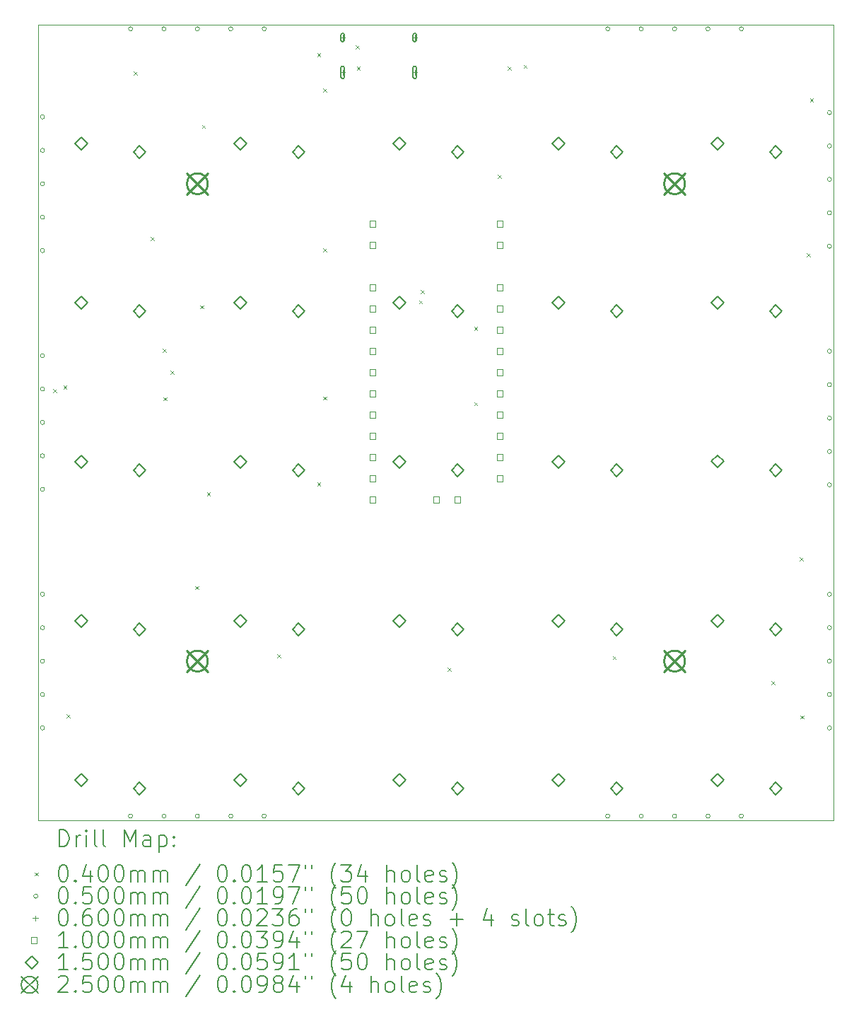
<source format=gbr>
%FSLAX45Y45*%
G04 Gerber Fmt 4.5, Leading zero omitted, Abs format (unit mm)*
G04 Created by KiCad (PCBNEW (6.0.4)) date 2022-05-04 18:37:27*
%MOMM*%
%LPD*%
G01*
G04 APERTURE LIST*
%TA.AperFunction,Profile*%
%ADD10C,0.100000*%
%TD*%
%ADD11C,0.200000*%
%ADD12C,0.040000*%
%ADD13C,0.050000*%
%ADD14C,0.060000*%
%ADD15C,0.100000*%
%ADD16C,0.150000*%
%ADD17C,0.250000*%
G04 APERTURE END LIST*
D10*
X1941250Y-2863750D02*
X11466250Y-2863750D01*
X11466250Y-2863750D02*
X11466250Y-12388750D01*
X11466250Y-12388750D02*
X1941250Y-12388750D01*
X1941250Y-12388750D02*
X1941250Y-2863750D01*
D11*
D12*
X2121250Y-7223750D02*
X2161250Y-7263750D01*
X2161250Y-7223750D02*
X2121250Y-7263750D01*
X2241250Y-7183750D02*
X2281250Y-7223750D01*
X2281250Y-7183750D02*
X2241250Y-7223750D01*
X2281250Y-11123750D02*
X2321250Y-11163750D01*
X2321250Y-11123750D02*
X2281250Y-11163750D01*
X3081250Y-3423750D02*
X3121250Y-3463750D01*
X3121250Y-3423750D02*
X3081250Y-3463750D01*
X3288703Y-5403750D02*
X3328703Y-5443750D01*
X3328703Y-5403750D02*
X3288703Y-5443750D01*
X3433603Y-6743750D02*
X3473603Y-6783750D01*
X3473603Y-6743750D02*
X3433603Y-6783750D01*
X3441250Y-7323750D02*
X3481250Y-7363750D01*
X3481250Y-7323750D02*
X3441250Y-7363750D01*
X3521250Y-7003750D02*
X3561250Y-7043750D01*
X3561250Y-7003750D02*
X3521250Y-7043750D01*
X3821250Y-9583750D02*
X3861250Y-9623750D01*
X3861250Y-9583750D02*
X3821250Y-9623750D01*
X3881250Y-6223750D02*
X3921250Y-6263750D01*
X3921250Y-6223750D02*
X3881250Y-6263750D01*
X3901250Y-4063750D02*
X3941250Y-4103750D01*
X3941250Y-4063750D02*
X3901250Y-4103750D01*
X3961250Y-8463750D02*
X4001250Y-8503750D01*
X4001250Y-8463750D02*
X3961250Y-8503750D01*
X4801250Y-10403750D02*
X4841250Y-10443750D01*
X4841250Y-10403750D02*
X4801250Y-10443750D01*
X5281250Y-3203750D02*
X5321250Y-3243750D01*
X5321250Y-3203750D02*
X5281250Y-3243750D01*
X5281250Y-8343750D02*
X5321250Y-8383750D01*
X5321250Y-8343750D02*
X5281250Y-8383750D01*
X5353700Y-3631250D02*
X5393700Y-3671250D01*
X5393700Y-3631250D02*
X5353700Y-3671250D01*
X5353700Y-5543750D02*
X5393700Y-5583750D01*
X5393700Y-5543750D02*
X5353700Y-5583750D01*
X5353700Y-7314750D02*
X5393700Y-7354750D01*
X5393700Y-7314750D02*
X5353700Y-7354750D01*
X5741250Y-3110041D02*
X5781250Y-3150041D01*
X5781250Y-3110041D02*
X5741250Y-3150041D01*
X5755290Y-3362856D02*
X5795290Y-3402856D01*
X5795290Y-3362856D02*
X5755290Y-3402856D01*
X6501250Y-6163750D02*
X6541250Y-6203750D01*
X6541250Y-6163750D02*
X6501250Y-6203750D01*
X6521250Y-6043750D02*
X6561250Y-6083750D01*
X6561250Y-6043750D02*
X6521250Y-6083750D01*
X6841250Y-10563750D02*
X6881250Y-10603750D01*
X6881250Y-10563750D02*
X6841250Y-10603750D01*
X7161250Y-6483750D02*
X7201250Y-6523750D01*
X7201250Y-6483750D02*
X7161250Y-6523750D01*
X7161250Y-7383750D02*
X7201250Y-7423750D01*
X7201250Y-7383750D02*
X7161250Y-7423750D01*
X7441250Y-4663750D02*
X7481250Y-4703750D01*
X7481250Y-4663750D02*
X7441250Y-4703750D01*
X7563848Y-3363750D02*
X7603848Y-3403750D01*
X7603848Y-3363750D02*
X7563848Y-3403750D01*
X7753700Y-3343750D02*
X7793700Y-3383750D01*
X7793700Y-3343750D02*
X7753700Y-3383750D01*
X8821250Y-10423750D02*
X8861250Y-10463750D01*
X8861250Y-10423750D02*
X8821250Y-10463750D01*
X10721250Y-10723750D02*
X10761250Y-10763750D01*
X10761250Y-10723750D02*
X10721250Y-10763750D01*
X11061250Y-9243750D02*
X11101250Y-9283750D01*
X11101250Y-9243750D02*
X11061250Y-9283750D01*
X11065250Y-11132798D02*
X11105250Y-11172798D01*
X11105250Y-11132798D02*
X11065250Y-11172798D01*
X11141250Y-5603750D02*
X11181250Y-5643750D01*
X11181250Y-5603750D02*
X11141250Y-5643750D01*
X11181250Y-3743750D02*
X11221250Y-3783750D01*
X11221250Y-3743750D02*
X11181250Y-3783750D01*
D13*
X2016250Y-3968750D02*
G75*
G03*
X2016250Y-3968750I-25000J0D01*
G01*
X2016250Y-4368750D02*
G75*
G03*
X2016250Y-4368750I-25000J0D01*
G01*
X2016250Y-4768750D02*
G75*
G03*
X2016250Y-4768750I-25000J0D01*
G01*
X2016250Y-5168750D02*
G75*
G03*
X2016250Y-5168750I-25000J0D01*
G01*
X2016250Y-5568750D02*
G75*
G03*
X2016250Y-5568750I-25000J0D01*
G01*
X2016250Y-6826250D02*
G75*
G03*
X2016250Y-6826250I-25000J0D01*
G01*
X2016250Y-7226250D02*
G75*
G03*
X2016250Y-7226250I-25000J0D01*
G01*
X2016250Y-7626250D02*
G75*
G03*
X2016250Y-7626250I-25000J0D01*
G01*
X2016250Y-8026250D02*
G75*
G03*
X2016250Y-8026250I-25000J0D01*
G01*
X2016250Y-8426250D02*
G75*
G03*
X2016250Y-8426250I-25000J0D01*
G01*
X2016250Y-9683750D02*
G75*
G03*
X2016250Y-9683750I-25000J0D01*
G01*
X2016250Y-10083750D02*
G75*
G03*
X2016250Y-10083750I-25000J0D01*
G01*
X2016250Y-10483750D02*
G75*
G03*
X2016250Y-10483750I-25000J0D01*
G01*
X2016250Y-10883750D02*
G75*
G03*
X2016250Y-10883750I-25000J0D01*
G01*
X2016250Y-11283750D02*
G75*
G03*
X2016250Y-11283750I-25000J0D01*
G01*
X3071250Y-2913750D02*
G75*
G03*
X3071250Y-2913750I-25000J0D01*
G01*
X3071250Y-12338750D02*
G75*
G03*
X3071250Y-12338750I-25000J0D01*
G01*
X3471250Y-2913750D02*
G75*
G03*
X3471250Y-2913750I-25000J0D01*
G01*
X3471250Y-12338750D02*
G75*
G03*
X3471250Y-12338750I-25000J0D01*
G01*
X3871250Y-2913750D02*
G75*
G03*
X3871250Y-2913750I-25000J0D01*
G01*
X3871250Y-12338750D02*
G75*
G03*
X3871250Y-12338750I-25000J0D01*
G01*
X4271250Y-2913750D02*
G75*
G03*
X4271250Y-2913750I-25000J0D01*
G01*
X4271250Y-12338750D02*
G75*
G03*
X4271250Y-12338750I-25000J0D01*
G01*
X4671250Y-2913750D02*
G75*
G03*
X4671250Y-2913750I-25000J0D01*
G01*
X4671250Y-12338750D02*
G75*
G03*
X4671250Y-12338750I-25000J0D01*
G01*
X8786250Y-2913750D02*
G75*
G03*
X8786250Y-2913750I-25000J0D01*
G01*
X8786250Y-12338750D02*
G75*
G03*
X8786250Y-12338750I-25000J0D01*
G01*
X9186250Y-2913750D02*
G75*
G03*
X9186250Y-2913750I-25000J0D01*
G01*
X9186250Y-12338750D02*
G75*
G03*
X9186250Y-12338750I-25000J0D01*
G01*
X9586250Y-2913750D02*
G75*
G03*
X9586250Y-2913750I-25000J0D01*
G01*
X9586250Y-12338750D02*
G75*
G03*
X9586250Y-12338750I-25000J0D01*
G01*
X9986250Y-2913750D02*
G75*
G03*
X9986250Y-2913750I-25000J0D01*
G01*
X9986250Y-12338750D02*
G75*
G03*
X9986250Y-12338750I-25000J0D01*
G01*
X10386250Y-2913750D02*
G75*
G03*
X10386250Y-2913750I-25000J0D01*
G01*
X10386250Y-12338750D02*
G75*
G03*
X10386250Y-12338750I-25000J0D01*
G01*
X11441250Y-3916250D02*
G75*
G03*
X11441250Y-3916250I-25000J0D01*
G01*
X11441250Y-4316250D02*
G75*
G03*
X11441250Y-4316250I-25000J0D01*
G01*
X11441250Y-4716250D02*
G75*
G03*
X11441250Y-4716250I-25000J0D01*
G01*
X11441250Y-5116250D02*
G75*
G03*
X11441250Y-5116250I-25000J0D01*
G01*
X11441250Y-5516250D02*
G75*
G03*
X11441250Y-5516250I-25000J0D01*
G01*
X11441250Y-6773750D02*
G75*
G03*
X11441250Y-6773750I-25000J0D01*
G01*
X11441250Y-7173750D02*
G75*
G03*
X11441250Y-7173750I-25000J0D01*
G01*
X11441250Y-7573750D02*
G75*
G03*
X11441250Y-7573750I-25000J0D01*
G01*
X11441250Y-7973750D02*
G75*
G03*
X11441250Y-7973750I-25000J0D01*
G01*
X11441250Y-8373750D02*
G75*
G03*
X11441250Y-8373750I-25000J0D01*
G01*
X11441250Y-9683750D02*
G75*
G03*
X11441250Y-9683750I-25000J0D01*
G01*
X11441250Y-10083750D02*
G75*
G03*
X11441250Y-10083750I-25000J0D01*
G01*
X11441250Y-10483750D02*
G75*
G03*
X11441250Y-10483750I-25000J0D01*
G01*
X11441250Y-10883750D02*
G75*
G03*
X11441250Y-10883750I-25000J0D01*
G01*
X11441250Y-11283750D02*
G75*
G03*
X11441250Y-11283750I-25000J0D01*
G01*
D14*
X5585750Y-2987750D02*
X5585750Y-3047750D01*
X5555750Y-3017750D02*
X5615750Y-3017750D01*
D11*
X5565750Y-2987750D02*
X5565750Y-3047750D01*
X5605750Y-2987750D02*
X5605750Y-3047750D01*
X5565750Y-3047750D02*
G75*
G03*
X5605750Y-3047750I20000J0D01*
G01*
X5605750Y-2987750D02*
G75*
G03*
X5565750Y-2987750I-20000J0D01*
G01*
D14*
X5585750Y-3405750D02*
X5585750Y-3465750D01*
X5555750Y-3435750D02*
X5615750Y-3435750D01*
D11*
X5565750Y-3380750D02*
X5565750Y-3490750D01*
X5605750Y-3380750D02*
X5605750Y-3490750D01*
X5565750Y-3490750D02*
G75*
G03*
X5605750Y-3490750I20000J0D01*
G01*
X5605750Y-3380750D02*
G75*
G03*
X5565750Y-3380750I-20000J0D01*
G01*
D14*
X6449750Y-2987750D02*
X6449750Y-3047750D01*
X6419750Y-3017750D02*
X6479750Y-3017750D01*
D11*
X6429750Y-2987750D02*
X6429750Y-3047750D01*
X6469750Y-2987750D02*
X6469750Y-3047750D01*
X6429750Y-3047750D02*
G75*
G03*
X6469750Y-3047750I20000J0D01*
G01*
X6469750Y-2987750D02*
G75*
G03*
X6429750Y-2987750I-20000J0D01*
G01*
D14*
X6449750Y-3405750D02*
X6449750Y-3465750D01*
X6419750Y-3435750D02*
X6479750Y-3435750D01*
D11*
X6429750Y-3380750D02*
X6429750Y-3490750D01*
X6469750Y-3380750D02*
X6469750Y-3490750D01*
X6429750Y-3490750D02*
G75*
G03*
X6469750Y-3490750I20000J0D01*
G01*
X6469750Y-3380750D02*
G75*
G03*
X6429750Y-3380750I-20000J0D01*
G01*
D15*
X5977606Y-5283106D02*
X5977606Y-5212394D01*
X5906894Y-5212394D01*
X5906894Y-5283106D01*
X5977606Y-5283106D01*
X5977606Y-5537106D02*
X5977606Y-5466394D01*
X5906894Y-5466394D01*
X5906894Y-5537106D01*
X5977606Y-5537106D01*
X5977606Y-6045106D02*
X5977606Y-5974394D01*
X5906894Y-5974394D01*
X5906894Y-6045106D01*
X5977606Y-6045106D01*
X5977606Y-6299106D02*
X5977606Y-6228394D01*
X5906894Y-6228394D01*
X5906894Y-6299106D01*
X5977606Y-6299106D01*
X5977606Y-6553106D02*
X5977606Y-6482394D01*
X5906894Y-6482394D01*
X5906894Y-6553106D01*
X5977606Y-6553106D01*
X5977606Y-6807106D02*
X5977606Y-6736394D01*
X5906894Y-6736394D01*
X5906894Y-6807106D01*
X5977606Y-6807106D01*
X5977606Y-7061106D02*
X5977606Y-6990394D01*
X5906894Y-6990394D01*
X5906894Y-7061106D01*
X5977606Y-7061106D01*
X5977606Y-7315106D02*
X5977606Y-7244394D01*
X5906894Y-7244394D01*
X5906894Y-7315106D01*
X5977606Y-7315106D01*
X5977606Y-7569106D02*
X5977606Y-7498394D01*
X5906894Y-7498394D01*
X5906894Y-7569106D01*
X5977606Y-7569106D01*
X5977606Y-7823106D02*
X5977606Y-7752394D01*
X5906894Y-7752394D01*
X5906894Y-7823106D01*
X5977606Y-7823106D01*
X5977606Y-8077106D02*
X5977606Y-8006394D01*
X5906894Y-8006394D01*
X5906894Y-8077106D01*
X5977606Y-8077106D01*
X5977606Y-8331106D02*
X5977606Y-8260394D01*
X5906894Y-8260394D01*
X5906894Y-8331106D01*
X5977606Y-8331106D01*
X5977606Y-8585106D02*
X5977606Y-8514394D01*
X5906894Y-8514394D01*
X5906894Y-8585106D01*
X5977606Y-8585106D01*
X6739606Y-8585106D02*
X6739606Y-8514394D01*
X6668894Y-8514394D01*
X6668894Y-8585106D01*
X6739606Y-8585106D01*
X6993606Y-8585106D02*
X6993606Y-8514394D01*
X6922894Y-8514394D01*
X6922894Y-8585106D01*
X6993606Y-8585106D01*
X7501606Y-5283106D02*
X7501606Y-5212394D01*
X7430894Y-5212394D01*
X7430894Y-5283106D01*
X7501606Y-5283106D01*
X7501606Y-5537106D02*
X7501606Y-5466394D01*
X7430894Y-5466394D01*
X7430894Y-5537106D01*
X7501606Y-5537106D01*
X7501606Y-6045106D02*
X7501606Y-5974394D01*
X7430894Y-5974394D01*
X7430894Y-6045106D01*
X7501606Y-6045106D01*
X7501606Y-6299106D02*
X7501606Y-6228394D01*
X7430894Y-6228394D01*
X7430894Y-6299106D01*
X7501606Y-6299106D01*
X7501606Y-6553106D02*
X7501606Y-6482394D01*
X7430894Y-6482394D01*
X7430894Y-6553106D01*
X7501606Y-6553106D01*
X7501606Y-6807106D02*
X7501606Y-6736394D01*
X7430894Y-6736394D01*
X7430894Y-6807106D01*
X7501606Y-6807106D01*
X7501606Y-7061106D02*
X7501606Y-6990394D01*
X7430894Y-6990394D01*
X7430894Y-7061106D01*
X7501606Y-7061106D01*
X7501606Y-7315106D02*
X7501606Y-7244394D01*
X7430894Y-7244394D01*
X7430894Y-7315106D01*
X7501606Y-7315106D01*
X7501606Y-7569106D02*
X7501606Y-7498394D01*
X7430894Y-7498394D01*
X7430894Y-7569106D01*
X7501606Y-7569106D01*
X7501606Y-7823106D02*
X7501606Y-7752394D01*
X7430894Y-7752394D01*
X7430894Y-7823106D01*
X7501606Y-7823106D01*
X7501606Y-8077106D02*
X7501606Y-8006394D01*
X7430894Y-8006394D01*
X7430894Y-8077106D01*
X7501606Y-8077106D01*
X7501606Y-8331106D02*
X7501606Y-8260394D01*
X7430894Y-8260394D01*
X7430894Y-8331106D01*
X7501606Y-8331106D01*
D16*
X2453750Y-4361250D02*
X2528750Y-4286250D01*
X2453750Y-4211250D01*
X2378750Y-4286250D01*
X2453750Y-4361250D01*
X2453750Y-6266250D02*
X2528750Y-6191250D01*
X2453750Y-6116250D01*
X2378750Y-6191250D01*
X2453750Y-6266250D01*
X2453750Y-8171250D02*
X2528750Y-8096250D01*
X2453750Y-8021250D01*
X2378750Y-8096250D01*
X2453750Y-8171250D01*
X2453750Y-10076250D02*
X2528750Y-10001250D01*
X2453750Y-9926250D01*
X2378750Y-10001250D01*
X2453750Y-10076250D01*
X2453750Y-11981250D02*
X2528750Y-11906250D01*
X2453750Y-11831250D01*
X2378750Y-11906250D01*
X2453750Y-11981250D01*
X3153750Y-4466250D02*
X3228750Y-4391250D01*
X3153750Y-4316250D01*
X3078750Y-4391250D01*
X3153750Y-4466250D01*
X3153750Y-6371250D02*
X3228750Y-6296250D01*
X3153750Y-6221250D01*
X3078750Y-6296250D01*
X3153750Y-6371250D01*
X3153750Y-8276250D02*
X3228750Y-8201250D01*
X3153750Y-8126250D01*
X3078750Y-8201250D01*
X3153750Y-8276250D01*
X3153750Y-10181250D02*
X3228750Y-10106250D01*
X3153750Y-10031250D01*
X3078750Y-10106250D01*
X3153750Y-10181250D01*
X3153750Y-12086250D02*
X3228750Y-12011250D01*
X3153750Y-11936250D01*
X3078750Y-12011250D01*
X3153750Y-12086250D01*
X4358750Y-4361250D02*
X4433750Y-4286250D01*
X4358750Y-4211250D01*
X4283750Y-4286250D01*
X4358750Y-4361250D01*
X4358750Y-6266250D02*
X4433750Y-6191250D01*
X4358750Y-6116250D01*
X4283750Y-6191250D01*
X4358750Y-6266250D01*
X4358750Y-8171250D02*
X4433750Y-8096250D01*
X4358750Y-8021250D01*
X4283750Y-8096250D01*
X4358750Y-8171250D01*
X4358750Y-10076250D02*
X4433750Y-10001250D01*
X4358750Y-9926250D01*
X4283750Y-10001250D01*
X4358750Y-10076250D01*
X4358750Y-11981250D02*
X4433750Y-11906250D01*
X4358750Y-11831250D01*
X4283750Y-11906250D01*
X4358750Y-11981250D01*
X5058750Y-4466250D02*
X5133750Y-4391250D01*
X5058750Y-4316250D01*
X4983750Y-4391250D01*
X5058750Y-4466250D01*
X5058750Y-6371250D02*
X5133750Y-6296250D01*
X5058750Y-6221250D01*
X4983750Y-6296250D01*
X5058750Y-6371250D01*
X5058750Y-8276250D02*
X5133750Y-8201250D01*
X5058750Y-8126250D01*
X4983750Y-8201250D01*
X5058750Y-8276250D01*
X5058750Y-10181250D02*
X5133750Y-10106250D01*
X5058750Y-10031250D01*
X4983750Y-10106250D01*
X5058750Y-10181250D01*
X5058750Y-12086250D02*
X5133750Y-12011250D01*
X5058750Y-11936250D01*
X4983750Y-12011250D01*
X5058750Y-12086250D01*
X6263750Y-4361250D02*
X6338750Y-4286250D01*
X6263750Y-4211250D01*
X6188750Y-4286250D01*
X6263750Y-4361250D01*
X6263750Y-6266250D02*
X6338750Y-6191250D01*
X6263750Y-6116250D01*
X6188750Y-6191250D01*
X6263750Y-6266250D01*
X6263750Y-8171250D02*
X6338750Y-8096250D01*
X6263750Y-8021250D01*
X6188750Y-8096250D01*
X6263750Y-8171250D01*
X6263750Y-10076250D02*
X6338750Y-10001250D01*
X6263750Y-9926250D01*
X6188750Y-10001250D01*
X6263750Y-10076250D01*
X6263750Y-11981250D02*
X6338750Y-11906250D01*
X6263750Y-11831250D01*
X6188750Y-11906250D01*
X6263750Y-11981250D01*
X6963750Y-4466250D02*
X7038750Y-4391250D01*
X6963750Y-4316250D01*
X6888750Y-4391250D01*
X6963750Y-4466250D01*
X6963750Y-6371250D02*
X7038750Y-6296250D01*
X6963750Y-6221250D01*
X6888750Y-6296250D01*
X6963750Y-6371250D01*
X6963750Y-8276250D02*
X7038750Y-8201250D01*
X6963750Y-8126250D01*
X6888750Y-8201250D01*
X6963750Y-8276250D01*
X6963750Y-10181250D02*
X7038750Y-10106250D01*
X6963750Y-10031250D01*
X6888750Y-10106250D01*
X6963750Y-10181250D01*
X6963750Y-12086250D02*
X7038750Y-12011250D01*
X6963750Y-11936250D01*
X6888750Y-12011250D01*
X6963750Y-12086250D01*
X8168750Y-4361250D02*
X8243750Y-4286250D01*
X8168750Y-4211250D01*
X8093750Y-4286250D01*
X8168750Y-4361250D01*
X8168750Y-6266250D02*
X8243750Y-6191250D01*
X8168750Y-6116250D01*
X8093750Y-6191250D01*
X8168750Y-6266250D01*
X8168750Y-8171250D02*
X8243750Y-8096250D01*
X8168750Y-8021250D01*
X8093750Y-8096250D01*
X8168750Y-8171250D01*
X8168750Y-10076250D02*
X8243750Y-10001250D01*
X8168750Y-9926250D01*
X8093750Y-10001250D01*
X8168750Y-10076250D01*
X8168750Y-11981250D02*
X8243750Y-11906250D01*
X8168750Y-11831250D01*
X8093750Y-11906250D01*
X8168750Y-11981250D01*
X8868750Y-4466250D02*
X8943750Y-4391250D01*
X8868750Y-4316250D01*
X8793750Y-4391250D01*
X8868750Y-4466250D01*
X8868750Y-6371250D02*
X8943750Y-6296250D01*
X8868750Y-6221250D01*
X8793750Y-6296250D01*
X8868750Y-6371250D01*
X8868750Y-8276250D02*
X8943750Y-8201250D01*
X8868750Y-8126250D01*
X8793750Y-8201250D01*
X8868750Y-8276250D01*
X8868750Y-10181250D02*
X8943750Y-10106250D01*
X8868750Y-10031250D01*
X8793750Y-10106250D01*
X8868750Y-10181250D01*
X8868750Y-12086250D02*
X8943750Y-12011250D01*
X8868750Y-11936250D01*
X8793750Y-12011250D01*
X8868750Y-12086250D01*
X10073750Y-4361250D02*
X10148750Y-4286250D01*
X10073750Y-4211250D01*
X9998750Y-4286250D01*
X10073750Y-4361250D01*
X10073750Y-6266250D02*
X10148750Y-6191250D01*
X10073750Y-6116250D01*
X9998750Y-6191250D01*
X10073750Y-6266250D01*
X10073750Y-8167750D02*
X10148750Y-8092750D01*
X10073750Y-8017750D01*
X9998750Y-8092750D01*
X10073750Y-8167750D01*
X10073750Y-10076250D02*
X10148750Y-10001250D01*
X10073750Y-9926250D01*
X9998750Y-10001250D01*
X10073750Y-10076250D01*
X10073750Y-11981250D02*
X10148750Y-11906250D01*
X10073750Y-11831250D01*
X9998750Y-11906250D01*
X10073750Y-11981250D01*
X10773750Y-4466250D02*
X10848750Y-4391250D01*
X10773750Y-4316250D01*
X10698750Y-4391250D01*
X10773750Y-4466250D01*
X10773750Y-6371250D02*
X10848750Y-6296250D01*
X10773750Y-6221250D01*
X10698750Y-6296250D01*
X10773750Y-6371250D01*
X10773750Y-8272750D02*
X10848750Y-8197750D01*
X10773750Y-8122750D01*
X10698750Y-8197750D01*
X10773750Y-8272750D01*
X10773750Y-10181250D02*
X10848750Y-10106250D01*
X10773750Y-10031250D01*
X10698750Y-10106250D01*
X10773750Y-10181250D01*
X10773750Y-12086250D02*
X10848750Y-12011250D01*
X10773750Y-11936250D01*
X10698750Y-12011250D01*
X10773750Y-12086250D01*
D17*
X3721250Y-4643750D02*
X3971250Y-4893750D01*
X3971250Y-4643750D02*
X3721250Y-4893750D01*
X3971250Y-4768750D02*
G75*
G03*
X3971250Y-4768750I-125000J0D01*
G01*
X3721250Y-10358750D02*
X3971250Y-10608750D01*
X3971250Y-10358750D02*
X3721250Y-10608750D01*
X3971250Y-10483750D02*
G75*
G03*
X3971250Y-10483750I-125000J0D01*
G01*
X9436250Y-4643750D02*
X9686250Y-4893750D01*
X9686250Y-4643750D02*
X9436250Y-4893750D01*
X9686250Y-4768750D02*
G75*
G03*
X9686250Y-4768750I-125000J0D01*
G01*
X9436250Y-10358750D02*
X9686250Y-10608750D01*
X9686250Y-10358750D02*
X9436250Y-10608750D01*
X9686250Y-10483750D02*
G75*
G03*
X9686250Y-10483750I-125000J0D01*
G01*
D11*
X2193869Y-12704226D02*
X2193869Y-12504226D01*
X2241488Y-12504226D01*
X2270060Y-12513750D01*
X2289107Y-12532798D01*
X2298631Y-12551845D01*
X2308155Y-12589940D01*
X2308155Y-12618512D01*
X2298631Y-12656607D01*
X2289107Y-12675655D01*
X2270060Y-12694702D01*
X2241488Y-12704226D01*
X2193869Y-12704226D01*
X2393869Y-12704226D02*
X2393869Y-12570893D01*
X2393869Y-12608988D02*
X2403393Y-12589940D01*
X2412917Y-12580417D01*
X2431964Y-12570893D01*
X2451012Y-12570893D01*
X2517679Y-12704226D02*
X2517679Y-12570893D01*
X2517679Y-12504226D02*
X2508155Y-12513750D01*
X2517679Y-12523274D01*
X2527202Y-12513750D01*
X2517679Y-12504226D01*
X2517679Y-12523274D01*
X2641488Y-12704226D02*
X2622440Y-12694702D01*
X2612917Y-12675655D01*
X2612917Y-12504226D01*
X2746250Y-12704226D02*
X2727202Y-12694702D01*
X2717679Y-12675655D01*
X2717679Y-12504226D01*
X2974821Y-12704226D02*
X2974821Y-12504226D01*
X3041488Y-12647083D01*
X3108155Y-12504226D01*
X3108155Y-12704226D01*
X3289107Y-12704226D02*
X3289107Y-12599464D01*
X3279583Y-12580417D01*
X3260536Y-12570893D01*
X3222440Y-12570893D01*
X3203393Y-12580417D01*
X3289107Y-12694702D02*
X3270059Y-12704226D01*
X3222440Y-12704226D01*
X3203393Y-12694702D01*
X3193869Y-12675655D01*
X3193869Y-12656607D01*
X3203393Y-12637559D01*
X3222440Y-12628036D01*
X3270059Y-12628036D01*
X3289107Y-12618512D01*
X3384345Y-12570893D02*
X3384345Y-12770893D01*
X3384345Y-12580417D02*
X3403393Y-12570893D01*
X3441488Y-12570893D01*
X3460536Y-12580417D01*
X3470059Y-12589940D01*
X3479583Y-12608988D01*
X3479583Y-12666131D01*
X3470059Y-12685178D01*
X3460536Y-12694702D01*
X3441488Y-12704226D01*
X3403393Y-12704226D01*
X3384345Y-12694702D01*
X3565298Y-12685178D02*
X3574821Y-12694702D01*
X3565298Y-12704226D01*
X3555774Y-12694702D01*
X3565298Y-12685178D01*
X3565298Y-12704226D01*
X3565298Y-12580417D02*
X3574821Y-12589940D01*
X3565298Y-12599464D01*
X3555774Y-12589940D01*
X3565298Y-12580417D01*
X3565298Y-12599464D01*
D12*
X1896250Y-13013750D02*
X1936250Y-13053750D01*
X1936250Y-13013750D02*
X1896250Y-13053750D01*
D11*
X2231964Y-12924226D02*
X2251012Y-12924226D01*
X2270060Y-12933750D01*
X2279583Y-12943274D01*
X2289107Y-12962321D01*
X2298631Y-13000417D01*
X2298631Y-13048036D01*
X2289107Y-13086131D01*
X2279583Y-13105178D01*
X2270060Y-13114702D01*
X2251012Y-13124226D01*
X2231964Y-13124226D01*
X2212917Y-13114702D01*
X2203393Y-13105178D01*
X2193869Y-13086131D01*
X2184345Y-13048036D01*
X2184345Y-13000417D01*
X2193869Y-12962321D01*
X2203393Y-12943274D01*
X2212917Y-12933750D01*
X2231964Y-12924226D01*
X2384345Y-13105178D02*
X2393869Y-13114702D01*
X2384345Y-13124226D01*
X2374821Y-13114702D01*
X2384345Y-13105178D01*
X2384345Y-13124226D01*
X2565298Y-12990893D02*
X2565298Y-13124226D01*
X2517679Y-12914702D02*
X2470060Y-13057559D01*
X2593869Y-13057559D01*
X2708155Y-12924226D02*
X2727202Y-12924226D01*
X2746250Y-12933750D01*
X2755774Y-12943274D01*
X2765298Y-12962321D01*
X2774821Y-13000417D01*
X2774821Y-13048036D01*
X2765298Y-13086131D01*
X2755774Y-13105178D01*
X2746250Y-13114702D01*
X2727202Y-13124226D01*
X2708155Y-13124226D01*
X2689107Y-13114702D01*
X2679583Y-13105178D01*
X2670060Y-13086131D01*
X2660536Y-13048036D01*
X2660536Y-13000417D01*
X2670060Y-12962321D01*
X2679583Y-12943274D01*
X2689107Y-12933750D01*
X2708155Y-12924226D01*
X2898631Y-12924226D02*
X2917678Y-12924226D01*
X2936726Y-12933750D01*
X2946250Y-12943274D01*
X2955774Y-12962321D01*
X2965298Y-13000417D01*
X2965298Y-13048036D01*
X2955774Y-13086131D01*
X2946250Y-13105178D01*
X2936726Y-13114702D01*
X2917678Y-13124226D01*
X2898631Y-13124226D01*
X2879583Y-13114702D01*
X2870059Y-13105178D01*
X2860536Y-13086131D01*
X2851012Y-13048036D01*
X2851012Y-13000417D01*
X2860536Y-12962321D01*
X2870059Y-12943274D01*
X2879583Y-12933750D01*
X2898631Y-12924226D01*
X3051012Y-13124226D02*
X3051012Y-12990893D01*
X3051012Y-13009940D02*
X3060536Y-13000417D01*
X3079583Y-12990893D01*
X3108155Y-12990893D01*
X3127202Y-13000417D01*
X3136726Y-13019464D01*
X3136726Y-13124226D01*
X3136726Y-13019464D02*
X3146250Y-13000417D01*
X3165298Y-12990893D01*
X3193869Y-12990893D01*
X3212917Y-13000417D01*
X3222440Y-13019464D01*
X3222440Y-13124226D01*
X3317678Y-13124226D02*
X3317678Y-12990893D01*
X3317678Y-13009940D02*
X3327202Y-13000417D01*
X3346250Y-12990893D01*
X3374821Y-12990893D01*
X3393869Y-13000417D01*
X3403393Y-13019464D01*
X3403393Y-13124226D01*
X3403393Y-13019464D02*
X3412917Y-13000417D01*
X3431964Y-12990893D01*
X3460536Y-12990893D01*
X3479583Y-13000417D01*
X3489107Y-13019464D01*
X3489107Y-13124226D01*
X3879583Y-12914702D02*
X3708155Y-13171845D01*
X4136726Y-12924226D02*
X4155774Y-12924226D01*
X4174821Y-12933750D01*
X4184345Y-12943274D01*
X4193869Y-12962321D01*
X4203393Y-13000417D01*
X4203393Y-13048036D01*
X4193869Y-13086131D01*
X4184345Y-13105178D01*
X4174821Y-13114702D01*
X4155774Y-13124226D01*
X4136726Y-13124226D01*
X4117678Y-13114702D01*
X4108155Y-13105178D01*
X4098631Y-13086131D01*
X4089107Y-13048036D01*
X4089107Y-13000417D01*
X4098631Y-12962321D01*
X4108155Y-12943274D01*
X4117678Y-12933750D01*
X4136726Y-12924226D01*
X4289107Y-13105178D02*
X4298631Y-13114702D01*
X4289107Y-13124226D01*
X4279583Y-13114702D01*
X4289107Y-13105178D01*
X4289107Y-13124226D01*
X4422440Y-12924226D02*
X4441488Y-12924226D01*
X4460536Y-12933750D01*
X4470060Y-12943274D01*
X4479583Y-12962321D01*
X4489107Y-13000417D01*
X4489107Y-13048036D01*
X4479583Y-13086131D01*
X4470060Y-13105178D01*
X4460536Y-13114702D01*
X4441488Y-13124226D01*
X4422440Y-13124226D01*
X4403393Y-13114702D01*
X4393869Y-13105178D01*
X4384345Y-13086131D01*
X4374821Y-13048036D01*
X4374821Y-13000417D01*
X4384345Y-12962321D01*
X4393869Y-12943274D01*
X4403393Y-12933750D01*
X4422440Y-12924226D01*
X4679583Y-13124226D02*
X4565298Y-13124226D01*
X4622440Y-13124226D02*
X4622440Y-12924226D01*
X4603393Y-12952798D01*
X4584345Y-12971845D01*
X4565298Y-12981369D01*
X4860536Y-12924226D02*
X4765298Y-12924226D01*
X4755774Y-13019464D01*
X4765298Y-13009940D01*
X4784345Y-13000417D01*
X4831964Y-13000417D01*
X4851012Y-13009940D01*
X4860536Y-13019464D01*
X4870060Y-13038512D01*
X4870060Y-13086131D01*
X4860536Y-13105178D01*
X4851012Y-13114702D01*
X4831964Y-13124226D01*
X4784345Y-13124226D01*
X4765298Y-13114702D01*
X4755774Y-13105178D01*
X4936726Y-12924226D02*
X5070060Y-12924226D01*
X4984345Y-13124226D01*
X5136726Y-12924226D02*
X5136726Y-12962321D01*
X5212917Y-12924226D02*
X5212917Y-12962321D01*
X5508155Y-13200417D02*
X5498631Y-13190893D01*
X5479583Y-13162321D01*
X5470060Y-13143274D01*
X5460536Y-13114702D01*
X5451012Y-13067083D01*
X5451012Y-13028988D01*
X5460536Y-12981369D01*
X5470060Y-12952798D01*
X5479583Y-12933750D01*
X5498631Y-12905178D01*
X5508155Y-12895655D01*
X5565298Y-12924226D02*
X5689107Y-12924226D01*
X5622440Y-13000417D01*
X5651012Y-13000417D01*
X5670059Y-13009940D01*
X5679583Y-13019464D01*
X5689107Y-13038512D01*
X5689107Y-13086131D01*
X5679583Y-13105178D01*
X5670059Y-13114702D01*
X5651012Y-13124226D01*
X5593869Y-13124226D01*
X5574821Y-13114702D01*
X5565298Y-13105178D01*
X5860536Y-12990893D02*
X5860536Y-13124226D01*
X5812917Y-12914702D02*
X5765298Y-13057559D01*
X5889107Y-13057559D01*
X6117678Y-13124226D02*
X6117678Y-12924226D01*
X6203393Y-13124226D02*
X6203393Y-13019464D01*
X6193869Y-13000417D01*
X6174821Y-12990893D01*
X6146250Y-12990893D01*
X6127202Y-13000417D01*
X6117678Y-13009940D01*
X6327202Y-13124226D02*
X6308155Y-13114702D01*
X6298631Y-13105178D01*
X6289107Y-13086131D01*
X6289107Y-13028988D01*
X6298631Y-13009940D01*
X6308155Y-13000417D01*
X6327202Y-12990893D01*
X6355774Y-12990893D01*
X6374821Y-13000417D01*
X6384345Y-13009940D01*
X6393869Y-13028988D01*
X6393869Y-13086131D01*
X6384345Y-13105178D01*
X6374821Y-13114702D01*
X6355774Y-13124226D01*
X6327202Y-13124226D01*
X6508155Y-13124226D02*
X6489107Y-13114702D01*
X6479583Y-13095655D01*
X6479583Y-12924226D01*
X6660536Y-13114702D02*
X6641488Y-13124226D01*
X6603393Y-13124226D01*
X6584345Y-13114702D01*
X6574821Y-13095655D01*
X6574821Y-13019464D01*
X6584345Y-13000417D01*
X6603393Y-12990893D01*
X6641488Y-12990893D01*
X6660536Y-13000417D01*
X6670059Y-13019464D01*
X6670059Y-13038512D01*
X6574821Y-13057559D01*
X6746250Y-13114702D02*
X6765298Y-13124226D01*
X6803393Y-13124226D01*
X6822440Y-13114702D01*
X6831964Y-13095655D01*
X6831964Y-13086131D01*
X6822440Y-13067083D01*
X6803393Y-13057559D01*
X6774821Y-13057559D01*
X6755774Y-13048036D01*
X6746250Y-13028988D01*
X6746250Y-13019464D01*
X6755774Y-13000417D01*
X6774821Y-12990893D01*
X6803393Y-12990893D01*
X6822440Y-13000417D01*
X6898631Y-13200417D02*
X6908155Y-13190893D01*
X6927202Y-13162321D01*
X6936726Y-13143274D01*
X6946250Y-13114702D01*
X6955774Y-13067083D01*
X6955774Y-13028988D01*
X6946250Y-12981369D01*
X6936726Y-12952798D01*
X6927202Y-12933750D01*
X6908155Y-12905178D01*
X6898631Y-12895655D01*
D13*
X1936250Y-13297750D02*
G75*
G03*
X1936250Y-13297750I-25000J0D01*
G01*
D11*
X2231964Y-13188226D02*
X2251012Y-13188226D01*
X2270060Y-13197750D01*
X2279583Y-13207274D01*
X2289107Y-13226321D01*
X2298631Y-13264417D01*
X2298631Y-13312036D01*
X2289107Y-13350131D01*
X2279583Y-13369178D01*
X2270060Y-13378702D01*
X2251012Y-13388226D01*
X2231964Y-13388226D01*
X2212917Y-13378702D01*
X2203393Y-13369178D01*
X2193869Y-13350131D01*
X2184345Y-13312036D01*
X2184345Y-13264417D01*
X2193869Y-13226321D01*
X2203393Y-13207274D01*
X2212917Y-13197750D01*
X2231964Y-13188226D01*
X2384345Y-13369178D02*
X2393869Y-13378702D01*
X2384345Y-13388226D01*
X2374821Y-13378702D01*
X2384345Y-13369178D01*
X2384345Y-13388226D01*
X2574821Y-13188226D02*
X2479583Y-13188226D01*
X2470060Y-13283464D01*
X2479583Y-13273940D01*
X2498631Y-13264417D01*
X2546250Y-13264417D01*
X2565298Y-13273940D01*
X2574821Y-13283464D01*
X2584345Y-13302512D01*
X2584345Y-13350131D01*
X2574821Y-13369178D01*
X2565298Y-13378702D01*
X2546250Y-13388226D01*
X2498631Y-13388226D01*
X2479583Y-13378702D01*
X2470060Y-13369178D01*
X2708155Y-13188226D02*
X2727202Y-13188226D01*
X2746250Y-13197750D01*
X2755774Y-13207274D01*
X2765298Y-13226321D01*
X2774821Y-13264417D01*
X2774821Y-13312036D01*
X2765298Y-13350131D01*
X2755774Y-13369178D01*
X2746250Y-13378702D01*
X2727202Y-13388226D01*
X2708155Y-13388226D01*
X2689107Y-13378702D01*
X2679583Y-13369178D01*
X2670060Y-13350131D01*
X2660536Y-13312036D01*
X2660536Y-13264417D01*
X2670060Y-13226321D01*
X2679583Y-13207274D01*
X2689107Y-13197750D01*
X2708155Y-13188226D01*
X2898631Y-13188226D02*
X2917678Y-13188226D01*
X2936726Y-13197750D01*
X2946250Y-13207274D01*
X2955774Y-13226321D01*
X2965298Y-13264417D01*
X2965298Y-13312036D01*
X2955774Y-13350131D01*
X2946250Y-13369178D01*
X2936726Y-13378702D01*
X2917678Y-13388226D01*
X2898631Y-13388226D01*
X2879583Y-13378702D01*
X2870059Y-13369178D01*
X2860536Y-13350131D01*
X2851012Y-13312036D01*
X2851012Y-13264417D01*
X2860536Y-13226321D01*
X2870059Y-13207274D01*
X2879583Y-13197750D01*
X2898631Y-13188226D01*
X3051012Y-13388226D02*
X3051012Y-13254893D01*
X3051012Y-13273940D02*
X3060536Y-13264417D01*
X3079583Y-13254893D01*
X3108155Y-13254893D01*
X3127202Y-13264417D01*
X3136726Y-13283464D01*
X3136726Y-13388226D01*
X3136726Y-13283464D02*
X3146250Y-13264417D01*
X3165298Y-13254893D01*
X3193869Y-13254893D01*
X3212917Y-13264417D01*
X3222440Y-13283464D01*
X3222440Y-13388226D01*
X3317678Y-13388226D02*
X3317678Y-13254893D01*
X3317678Y-13273940D02*
X3327202Y-13264417D01*
X3346250Y-13254893D01*
X3374821Y-13254893D01*
X3393869Y-13264417D01*
X3403393Y-13283464D01*
X3403393Y-13388226D01*
X3403393Y-13283464D02*
X3412917Y-13264417D01*
X3431964Y-13254893D01*
X3460536Y-13254893D01*
X3479583Y-13264417D01*
X3489107Y-13283464D01*
X3489107Y-13388226D01*
X3879583Y-13178702D02*
X3708155Y-13435845D01*
X4136726Y-13188226D02*
X4155774Y-13188226D01*
X4174821Y-13197750D01*
X4184345Y-13207274D01*
X4193869Y-13226321D01*
X4203393Y-13264417D01*
X4203393Y-13312036D01*
X4193869Y-13350131D01*
X4184345Y-13369178D01*
X4174821Y-13378702D01*
X4155774Y-13388226D01*
X4136726Y-13388226D01*
X4117678Y-13378702D01*
X4108155Y-13369178D01*
X4098631Y-13350131D01*
X4089107Y-13312036D01*
X4089107Y-13264417D01*
X4098631Y-13226321D01*
X4108155Y-13207274D01*
X4117678Y-13197750D01*
X4136726Y-13188226D01*
X4289107Y-13369178D02*
X4298631Y-13378702D01*
X4289107Y-13388226D01*
X4279583Y-13378702D01*
X4289107Y-13369178D01*
X4289107Y-13388226D01*
X4422440Y-13188226D02*
X4441488Y-13188226D01*
X4460536Y-13197750D01*
X4470060Y-13207274D01*
X4479583Y-13226321D01*
X4489107Y-13264417D01*
X4489107Y-13312036D01*
X4479583Y-13350131D01*
X4470060Y-13369178D01*
X4460536Y-13378702D01*
X4441488Y-13388226D01*
X4422440Y-13388226D01*
X4403393Y-13378702D01*
X4393869Y-13369178D01*
X4384345Y-13350131D01*
X4374821Y-13312036D01*
X4374821Y-13264417D01*
X4384345Y-13226321D01*
X4393869Y-13207274D01*
X4403393Y-13197750D01*
X4422440Y-13188226D01*
X4679583Y-13388226D02*
X4565298Y-13388226D01*
X4622440Y-13388226D02*
X4622440Y-13188226D01*
X4603393Y-13216798D01*
X4584345Y-13235845D01*
X4565298Y-13245369D01*
X4774821Y-13388226D02*
X4812917Y-13388226D01*
X4831964Y-13378702D01*
X4841488Y-13369178D01*
X4860536Y-13340607D01*
X4870060Y-13302512D01*
X4870060Y-13226321D01*
X4860536Y-13207274D01*
X4851012Y-13197750D01*
X4831964Y-13188226D01*
X4793869Y-13188226D01*
X4774821Y-13197750D01*
X4765298Y-13207274D01*
X4755774Y-13226321D01*
X4755774Y-13273940D01*
X4765298Y-13292988D01*
X4774821Y-13302512D01*
X4793869Y-13312036D01*
X4831964Y-13312036D01*
X4851012Y-13302512D01*
X4860536Y-13292988D01*
X4870060Y-13273940D01*
X4936726Y-13188226D02*
X5070060Y-13188226D01*
X4984345Y-13388226D01*
X5136726Y-13188226D02*
X5136726Y-13226321D01*
X5212917Y-13188226D02*
X5212917Y-13226321D01*
X5508155Y-13464417D02*
X5498631Y-13454893D01*
X5479583Y-13426321D01*
X5470060Y-13407274D01*
X5460536Y-13378702D01*
X5451012Y-13331083D01*
X5451012Y-13292988D01*
X5460536Y-13245369D01*
X5470060Y-13216798D01*
X5479583Y-13197750D01*
X5498631Y-13169178D01*
X5508155Y-13159655D01*
X5679583Y-13188226D02*
X5584345Y-13188226D01*
X5574821Y-13283464D01*
X5584345Y-13273940D01*
X5603393Y-13264417D01*
X5651012Y-13264417D01*
X5670059Y-13273940D01*
X5679583Y-13283464D01*
X5689107Y-13302512D01*
X5689107Y-13350131D01*
X5679583Y-13369178D01*
X5670059Y-13378702D01*
X5651012Y-13388226D01*
X5603393Y-13388226D01*
X5584345Y-13378702D01*
X5574821Y-13369178D01*
X5812917Y-13188226D02*
X5831964Y-13188226D01*
X5851012Y-13197750D01*
X5860536Y-13207274D01*
X5870059Y-13226321D01*
X5879583Y-13264417D01*
X5879583Y-13312036D01*
X5870059Y-13350131D01*
X5860536Y-13369178D01*
X5851012Y-13378702D01*
X5831964Y-13388226D01*
X5812917Y-13388226D01*
X5793869Y-13378702D01*
X5784345Y-13369178D01*
X5774821Y-13350131D01*
X5765298Y-13312036D01*
X5765298Y-13264417D01*
X5774821Y-13226321D01*
X5784345Y-13207274D01*
X5793869Y-13197750D01*
X5812917Y-13188226D01*
X6117678Y-13388226D02*
X6117678Y-13188226D01*
X6203393Y-13388226D02*
X6203393Y-13283464D01*
X6193869Y-13264417D01*
X6174821Y-13254893D01*
X6146250Y-13254893D01*
X6127202Y-13264417D01*
X6117678Y-13273940D01*
X6327202Y-13388226D02*
X6308155Y-13378702D01*
X6298631Y-13369178D01*
X6289107Y-13350131D01*
X6289107Y-13292988D01*
X6298631Y-13273940D01*
X6308155Y-13264417D01*
X6327202Y-13254893D01*
X6355774Y-13254893D01*
X6374821Y-13264417D01*
X6384345Y-13273940D01*
X6393869Y-13292988D01*
X6393869Y-13350131D01*
X6384345Y-13369178D01*
X6374821Y-13378702D01*
X6355774Y-13388226D01*
X6327202Y-13388226D01*
X6508155Y-13388226D02*
X6489107Y-13378702D01*
X6479583Y-13359655D01*
X6479583Y-13188226D01*
X6660536Y-13378702D02*
X6641488Y-13388226D01*
X6603393Y-13388226D01*
X6584345Y-13378702D01*
X6574821Y-13359655D01*
X6574821Y-13283464D01*
X6584345Y-13264417D01*
X6603393Y-13254893D01*
X6641488Y-13254893D01*
X6660536Y-13264417D01*
X6670059Y-13283464D01*
X6670059Y-13302512D01*
X6574821Y-13321559D01*
X6746250Y-13378702D02*
X6765298Y-13388226D01*
X6803393Y-13388226D01*
X6822440Y-13378702D01*
X6831964Y-13359655D01*
X6831964Y-13350131D01*
X6822440Y-13331083D01*
X6803393Y-13321559D01*
X6774821Y-13321559D01*
X6755774Y-13312036D01*
X6746250Y-13292988D01*
X6746250Y-13283464D01*
X6755774Y-13264417D01*
X6774821Y-13254893D01*
X6803393Y-13254893D01*
X6822440Y-13264417D01*
X6898631Y-13464417D02*
X6908155Y-13454893D01*
X6927202Y-13426321D01*
X6936726Y-13407274D01*
X6946250Y-13378702D01*
X6955774Y-13331083D01*
X6955774Y-13292988D01*
X6946250Y-13245369D01*
X6936726Y-13216798D01*
X6927202Y-13197750D01*
X6908155Y-13169178D01*
X6898631Y-13159655D01*
D14*
X1906250Y-13531750D02*
X1906250Y-13591750D01*
X1876250Y-13561750D02*
X1936250Y-13561750D01*
D11*
X2231964Y-13452226D02*
X2251012Y-13452226D01*
X2270060Y-13461750D01*
X2279583Y-13471274D01*
X2289107Y-13490321D01*
X2298631Y-13528417D01*
X2298631Y-13576036D01*
X2289107Y-13614131D01*
X2279583Y-13633178D01*
X2270060Y-13642702D01*
X2251012Y-13652226D01*
X2231964Y-13652226D01*
X2212917Y-13642702D01*
X2203393Y-13633178D01*
X2193869Y-13614131D01*
X2184345Y-13576036D01*
X2184345Y-13528417D01*
X2193869Y-13490321D01*
X2203393Y-13471274D01*
X2212917Y-13461750D01*
X2231964Y-13452226D01*
X2384345Y-13633178D02*
X2393869Y-13642702D01*
X2384345Y-13652226D01*
X2374821Y-13642702D01*
X2384345Y-13633178D01*
X2384345Y-13652226D01*
X2565298Y-13452226D02*
X2527202Y-13452226D01*
X2508155Y-13461750D01*
X2498631Y-13471274D01*
X2479583Y-13499845D01*
X2470060Y-13537940D01*
X2470060Y-13614131D01*
X2479583Y-13633178D01*
X2489107Y-13642702D01*
X2508155Y-13652226D01*
X2546250Y-13652226D01*
X2565298Y-13642702D01*
X2574821Y-13633178D01*
X2584345Y-13614131D01*
X2584345Y-13566512D01*
X2574821Y-13547464D01*
X2565298Y-13537940D01*
X2546250Y-13528417D01*
X2508155Y-13528417D01*
X2489107Y-13537940D01*
X2479583Y-13547464D01*
X2470060Y-13566512D01*
X2708155Y-13452226D02*
X2727202Y-13452226D01*
X2746250Y-13461750D01*
X2755774Y-13471274D01*
X2765298Y-13490321D01*
X2774821Y-13528417D01*
X2774821Y-13576036D01*
X2765298Y-13614131D01*
X2755774Y-13633178D01*
X2746250Y-13642702D01*
X2727202Y-13652226D01*
X2708155Y-13652226D01*
X2689107Y-13642702D01*
X2679583Y-13633178D01*
X2670060Y-13614131D01*
X2660536Y-13576036D01*
X2660536Y-13528417D01*
X2670060Y-13490321D01*
X2679583Y-13471274D01*
X2689107Y-13461750D01*
X2708155Y-13452226D01*
X2898631Y-13452226D02*
X2917678Y-13452226D01*
X2936726Y-13461750D01*
X2946250Y-13471274D01*
X2955774Y-13490321D01*
X2965298Y-13528417D01*
X2965298Y-13576036D01*
X2955774Y-13614131D01*
X2946250Y-13633178D01*
X2936726Y-13642702D01*
X2917678Y-13652226D01*
X2898631Y-13652226D01*
X2879583Y-13642702D01*
X2870059Y-13633178D01*
X2860536Y-13614131D01*
X2851012Y-13576036D01*
X2851012Y-13528417D01*
X2860536Y-13490321D01*
X2870059Y-13471274D01*
X2879583Y-13461750D01*
X2898631Y-13452226D01*
X3051012Y-13652226D02*
X3051012Y-13518893D01*
X3051012Y-13537940D02*
X3060536Y-13528417D01*
X3079583Y-13518893D01*
X3108155Y-13518893D01*
X3127202Y-13528417D01*
X3136726Y-13547464D01*
X3136726Y-13652226D01*
X3136726Y-13547464D02*
X3146250Y-13528417D01*
X3165298Y-13518893D01*
X3193869Y-13518893D01*
X3212917Y-13528417D01*
X3222440Y-13547464D01*
X3222440Y-13652226D01*
X3317678Y-13652226D02*
X3317678Y-13518893D01*
X3317678Y-13537940D02*
X3327202Y-13528417D01*
X3346250Y-13518893D01*
X3374821Y-13518893D01*
X3393869Y-13528417D01*
X3403393Y-13547464D01*
X3403393Y-13652226D01*
X3403393Y-13547464D02*
X3412917Y-13528417D01*
X3431964Y-13518893D01*
X3460536Y-13518893D01*
X3479583Y-13528417D01*
X3489107Y-13547464D01*
X3489107Y-13652226D01*
X3879583Y-13442702D02*
X3708155Y-13699845D01*
X4136726Y-13452226D02*
X4155774Y-13452226D01*
X4174821Y-13461750D01*
X4184345Y-13471274D01*
X4193869Y-13490321D01*
X4203393Y-13528417D01*
X4203393Y-13576036D01*
X4193869Y-13614131D01*
X4184345Y-13633178D01*
X4174821Y-13642702D01*
X4155774Y-13652226D01*
X4136726Y-13652226D01*
X4117678Y-13642702D01*
X4108155Y-13633178D01*
X4098631Y-13614131D01*
X4089107Y-13576036D01*
X4089107Y-13528417D01*
X4098631Y-13490321D01*
X4108155Y-13471274D01*
X4117678Y-13461750D01*
X4136726Y-13452226D01*
X4289107Y-13633178D02*
X4298631Y-13642702D01*
X4289107Y-13652226D01*
X4279583Y-13642702D01*
X4289107Y-13633178D01*
X4289107Y-13652226D01*
X4422440Y-13452226D02*
X4441488Y-13452226D01*
X4460536Y-13461750D01*
X4470060Y-13471274D01*
X4479583Y-13490321D01*
X4489107Y-13528417D01*
X4489107Y-13576036D01*
X4479583Y-13614131D01*
X4470060Y-13633178D01*
X4460536Y-13642702D01*
X4441488Y-13652226D01*
X4422440Y-13652226D01*
X4403393Y-13642702D01*
X4393869Y-13633178D01*
X4384345Y-13614131D01*
X4374821Y-13576036D01*
X4374821Y-13528417D01*
X4384345Y-13490321D01*
X4393869Y-13471274D01*
X4403393Y-13461750D01*
X4422440Y-13452226D01*
X4565298Y-13471274D02*
X4574821Y-13461750D01*
X4593869Y-13452226D01*
X4641488Y-13452226D01*
X4660536Y-13461750D01*
X4670060Y-13471274D01*
X4679583Y-13490321D01*
X4679583Y-13509369D01*
X4670060Y-13537940D01*
X4555774Y-13652226D01*
X4679583Y-13652226D01*
X4746250Y-13452226D02*
X4870060Y-13452226D01*
X4803393Y-13528417D01*
X4831964Y-13528417D01*
X4851012Y-13537940D01*
X4860536Y-13547464D01*
X4870060Y-13566512D01*
X4870060Y-13614131D01*
X4860536Y-13633178D01*
X4851012Y-13642702D01*
X4831964Y-13652226D01*
X4774821Y-13652226D01*
X4755774Y-13642702D01*
X4746250Y-13633178D01*
X5041488Y-13452226D02*
X5003393Y-13452226D01*
X4984345Y-13461750D01*
X4974821Y-13471274D01*
X4955774Y-13499845D01*
X4946250Y-13537940D01*
X4946250Y-13614131D01*
X4955774Y-13633178D01*
X4965298Y-13642702D01*
X4984345Y-13652226D01*
X5022440Y-13652226D01*
X5041488Y-13642702D01*
X5051012Y-13633178D01*
X5060536Y-13614131D01*
X5060536Y-13566512D01*
X5051012Y-13547464D01*
X5041488Y-13537940D01*
X5022440Y-13528417D01*
X4984345Y-13528417D01*
X4965298Y-13537940D01*
X4955774Y-13547464D01*
X4946250Y-13566512D01*
X5136726Y-13452226D02*
X5136726Y-13490321D01*
X5212917Y-13452226D02*
X5212917Y-13490321D01*
X5508155Y-13728417D02*
X5498631Y-13718893D01*
X5479583Y-13690321D01*
X5470060Y-13671274D01*
X5460536Y-13642702D01*
X5451012Y-13595083D01*
X5451012Y-13556988D01*
X5460536Y-13509369D01*
X5470060Y-13480798D01*
X5479583Y-13461750D01*
X5498631Y-13433178D01*
X5508155Y-13423655D01*
X5622440Y-13452226D02*
X5641488Y-13452226D01*
X5660536Y-13461750D01*
X5670059Y-13471274D01*
X5679583Y-13490321D01*
X5689107Y-13528417D01*
X5689107Y-13576036D01*
X5679583Y-13614131D01*
X5670059Y-13633178D01*
X5660536Y-13642702D01*
X5641488Y-13652226D01*
X5622440Y-13652226D01*
X5603393Y-13642702D01*
X5593869Y-13633178D01*
X5584345Y-13614131D01*
X5574821Y-13576036D01*
X5574821Y-13528417D01*
X5584345Y-13490321D01*
X5593869Y-13471274D01*
X5603393Y-13461750D01*
X5622440Y-13452226D01*
X5927202Y-13652226D02*
X5927202Y-13452226D01*
X6012917Y-13652226D02*
X6012917Y-13547464D01*
X6003393Y-13528417D01*
X5984345Y-13518893D01*
X5955774Y-13518893D01*
X5936726Y-13528417D01*
X5927202Y-13537940D01*
X6136726Y-13652226D02*
X6117678Y-13642702D01*
X6108155Y-13633178D01*
X6098631Y-13614131D01*
X6098631Y-13556988D01*
X6108155Y-13537940D01*
X6117678Y-13528417D01*
X6136726Y-13518893D01*
X6165298Y-13518893D01*
X6184345Y-13528417D01*
X6193869Y-13537940D01*
X6203393Y-13556988D01*
X6203393Y-13614131D01*
X6193869Y-13633178D01*
X6184345Y-13642702D01*
X6165298Y-13652226D01*
X6136726Y-13652226D01*
X6317678Y-13652226D02*
X6298631Y-13642702D01*
X6289107Y-13623655D01*
X6289107Y-13452226D01*
X6470059Y-13642702D02*
X6451012Y-13652226D01*
X6412917Y-13652226D01*
X6393869Y-13642702D01*
X6384345Y-13623655D01*
X6384345Y-13547464D01*
X6393869Y-13528417D01*
X6412917Y-13518893D01*
X6451012Y-13518893D01*
X6470059Y-13528417D01*
X6479583Y-13547464D01*
X6479583Y-13566512D01*
X6384345Y-13585559D01*
X6555774Y-13642702D02*
X6574821Y-13652226D01*
X6612917Y-13652226D01*
X6631964Y-13642702D01*
X6641488Y-13623655D01*
X6641488Y-13614131D01*
X6631964Y-13595083D01*
X6612917Y-13585559D01*
X6584345Y-13585559D01*
X6565298Y-13576036D01*
X6555774Y-13556988D01*
X6555774Y-13547464D01*
X6565298Y-13528417D01*
X6584345Y-13518893D01*
X6612917Y-13518893D01*
X6631964Y-13528417D01*
X6879583Y-13576036D02*
X7031964Y-13576036D01*
X6955774Y-13652226D02*
X6955774Y-13499845D01*
X7365298Y-13518893D02*
X7365298Y-13652226D01*
X7317678Y-13442702D02*
X7270059Y-13585559D01*
X7393869Y-13585559D01*
X7612917Y-13642702D02*
X7631964Y-13652226D01*
X7670059Y-13652226D01*
X7689107Y-13642702D01*
X7698631Y-13623655D01*
X7698631Y-13614131D01*
X7689107Y-13595083D01*
X7670059Y-13585559D01*
X7641488Y-13585559D01*
X7622440Y-13576036D01*
X7612917Y-13556988D01*
X7612917Y-13547464D01*
X7622440Y-13528417D01*
X7641488Y-13518893D01*
X7670059Y-13518893D01*
X7689107Y-13528417D01*
X7812917Y-13652226D02*
X7793869Y-13642702D01*
X7784345Y-13623655D01*
X7784345Y-13452226D01*
X7917678Y-13652226D02*
X7898631Y-13642702D01*
X7889107Y-13633178D01*
X7879583Y-13614131D01*
X7879583Y-13556988D01*
X7889107Y-13537940D01*
X7898631Y-13528417D01*
X7917678Y-13518893D01*
X7946250Y-13518893D01*
X7965298Y-13528417D01*
X7974821Y-13537940D01*
X7984345Y-13556988D01*
X7984345Y-13614131D01*
X7974821Y-13633178D01*
X7965298Y-13642702D01*
X7946250Y-13652226D01*
X7917678Y-13652226D01*
X8041488Y-13518893D02*
X8117678Y-13518893D01*
X8070059Y-13452226D02*
X8070059Y-13623655D01*
X8079583Y-13642702D01*
X8098631Y-13652226D01*
X8117678Y-13652226D01*
X8174821Y-13642702D02*
X8193869Y-13652226D01*
X8231964Y-13652226D01*
X8251012Y-13642702D01*
X8260536Y-13623655D01*
X8260536Y-13614131D01*
X8251012Y-13595083D01*
X8231964Y-13585559D01*
X8203393Y-13585559D01*
X8184345Y-13576036D01*
X8174821Y-13556988D01*
X8174821Y-13547464D01*
X8184345Y-13528417D01*
X8203393Y-13518893D01*
X8231964Y-13518893D01*
X8251012Y-13528417D01*
X8327202Y-13728417D02*
X8336726Y-13718893D01*
X8355774Y-13690321D01*
X8365298Y-13671274D01*
X8374821Y-13642702D01*
X8384345Y-13595083D01*
X8384345Y-13556988D01*
X8374821Y-13509369D01*
X8365298Y-13480798D01*
X8355774Y-13461750D01*
X8336726Y-13433178D01*
X8327202Y-13423655D01*
D15*
X1921606Y-13861106D02*
X1921606Y-13790394D01*
X1850894Y-13790394D01*
X1850894Y-13861106D01*
X1921606Y-13861106D01*
D11*
X2298631Y-13916226D02*
X2184345Y-13916226D01*
X2241488Y-13916226D02*
X2241488Y-13716226D01*
X2222440Y-13744798D01*
X2203393Y-13763845D01*
X2184345Y-13773369D01*
X2384345Y-13897178D02*
X2393869Y-13906702D01*
X2384345Y-13916226D01*
X2374821Y-13906702D01*
X2384345Y-13897178D01*
X2384345Y-13916226D01*
X2517679Y-13716226D02*
X2536726Y-13716226D01*
X2555774Y-13725750D01*
X2565298Y-13735274D01*
X2574821Y-13754321D01*
X2584345Y-13792417D01*
X2584345Y-13840036D01*
X2574821Y-13878131D01*
X2565298Y-13897178D01*
X2555774Y-13906702D01*
X2536726Y-13916226D01*
X2517679Y-13916226D01*
X2498631Y-13906702D01*
X2489107Y-13897178D01*
X2479583Y-13878131D01*
X2470060Y-13840036D01*
X2470060Y-13792417D01*
X2479583Y-13754321D01*
X2489107Y-13735274D01*
X2498631Y-13725750D01*
X2517679Y-13716226D01*
X2708155Y-13716226D02*
X2727202Y-13716226D01*
X2746250Y-13725750D01*
X2755774Y-13735274D01*
X2765298Y-13754321D01*
X2774821Y-13792417D01*
X2774821Y-13840036D01*
X2765298Y-13878131D01*
X2755774Y-13897178D01*
X2746250Y-13906702D01*
X2727202Y-13916226D01*
X2708155Y-13916226D01*
X2689107Y-13906702D01*
X2679583Y-13897178D01*
X2670060Y-13878131D01*
X2660536Y-13840036D01*
X2660536Y-13792417D01*
X2670060Y-13754321D01*
X2679583Y-13735274D01*
X2689107Y-13725750D01*
X2708155Y-13716226D01*
X2898631Y-13716226D02*
X2917678Y-13716226D01*
X2936726Y-13725750D01*
X2946250Y-13735274D01*
X2955774Y-13754321D01*
X2965298Y-13792417D01*
X2965298Y-13840036D01*
X2955774Y-13878131D01*
X2946250Y-13897178D01*
X2936726Y-13906702D01*
X2917678Y-13916226D01*
X2898631Y-13916226D01*
X2879583Y-13906702D01*
X2870059Y-13897178D01*
X2860536Y-13878131D01*
X2851012Y-13840036D01*
X2851012Y-13792417D01*
X2860536Y-13754321D01*
X2870059Y-13735274D01*
X2879583Y-13725750D01*
X2898631Y-13716226D01*
X3051012Y-13916226D02*
X3051012Y-13782893D01*
X3051012Y-13801940D02*
X3060536Y-13792417D01*
X3079583Y-13782893D01*
X3108155Y-13782893D01*
X3127202Y-13792417D01*
X3136726Y-13811464D01*
X3136726Y-13916226D01*
X3136726Y-13811464D02*
X3146250Y-13792417D01*
X3165298Y-13782893D01*
X3193869Y-13782893D01*
X3212917Y-13792417D01*
X3222440Y-13811464D01*
X3222440Y-13916226D01*
X3317678Y-13916226D02*
X3317678Y-13782893D01*
X3317678Y-13801940D02*
X3327202Y-13792417D01*
X3346250Y-13782893D01*
X3374821Y-13782893D01*
X3393869Y-13792417D01*
X3403393Y-13811464D01*
X3403393Y-13916226D01*
X3403393Y-13811464D02*
X3412917Y-13792417D01*
X3431964Y-13782893D01*
X3460536Y-13782893D01*
X3479583Y-13792417D01*
X3489107Y-13811464D01*
X3489107Y-13916226D01*
X3879583Y-13706702D02*
X3708155Y-13963845D01*
X4136726Y-13716226D02*
X4155774Y-13716226D01*
X4174821Y-13725750D01*
X4184345Y-13735274D01*
X4193869Y-13754321D01*
X4203393Y-13792417D01*
X4203393Y-13840036D01*
X4193869Y-13878131D01*
X4184345Y-13897178D01*
X4174821Y-13906702D01*
X4155774Y-13916226D01*
X4136726Y-13916226D01*
X4117678Y-13906702D01*
X4108155Y-13897178D01*
X4098631Y-13878131D01*
X4089107Y-13840036D01*
X4089107Y-13792417D01*
X4098631Y-13754321D01*
X4108155Y-13735274D01*
X4117678Y-13725750D01*
X4136726Y-13716226D01*
X4289107Y-13897178D02*
X4298631Y-13906702D01*
X4289107Y-13916226D01*
X4279583Y-13906702D01*
X4289107Y-13897178D01*
X4289107Y-13916226D01*
X4422440Y-13716226D02*
X4441488Y-13716226D01*
X4460536Y-13725750D01*
X4470060Y-13735274D01*
X4479583Y-13754321D01*
X4489107Y-13792417D01*
X4489107Y-13840036D01*
X4479583Y-13878131D01*
X4470060Y-13897178D01*
X4460536Y-13906702D01*
X4441488Y-13916226D01*
X4422440Y-13916226D01*
X4403393Y-13906702D01*
X4393869Y-13897178D01*
X4384345Y-13878131D01*
X4374821Y-13840036D01*
X4374821Y-13792417D01*
X4384345Y-13754321D01*
X4393869Y-13735274D01*
X4403393Y-13725750D01*
X4422440Y-13716226D01*
X4555774Y-13716226D02*
X4679583Y-13716226D01*
X4612917Y-13792417D01*
X4641488Y-13792417D01*
X4660536Y-13801940D01*
X4670060Y-13811464D01*
X4679583Y-13830512D01*
X4679583Y-13878131D01*
X4670060Y-13897178D01*
X4660536Y-13906702D01*
X4641488Y-13916226D01*
X4584345Y-13916226D01*
X4565298Y-13906702D01*
X4555774Y-13897178D01*
X4774821Y-13916226D02*
X4812917Y-13916226D01*
X4831964Y-13906702D01*
X4841488Y-13897178D01*
X4860536Y-13868607D01*
X4870060Y-13830512D01*
X4870060Y-13754321D01*
X4860536Y-13735274D01*
X4851012Y-13725750D01*
X4831964Y-13716226D01*
X4793869Y-13716226D01*
X4774821Y-13725750D01*
X4765298Y-13735274D01*
X4755774Y-13754321D01*
X4755774Y-13801940D01*
X4765298Y-13820988D01*
X4774821Y-13830512D01*
X4793869Y-13840036D01*
X4831964Y-13840036D01*
X4851012Y-13830512D01*
X4860536Y-13820988D01*
X4870060Y-13801940D01*
X5041488Y-13782893D02*
X5041488Y-13916226D01*
X4993869Y-13706702D02*
X4946250Y-13849559D01*
X5070060Y-13849559D01*
X5136726Y-13716226D02*
X5136726Y-13754321D01*
X5212917Y-13716226D02*
X5212917Y-13754321D01*
X5508155Y-13992417D02*
X5498631Y-13982893D01*
X5479583Y-13954321D01*
X5470060Y-13935274D01*
X5460536Y-13906702D01*
X5451012Y-13859083D01*
X5451012Y-13820988D01*
X5460536Y-13773369D01*
X5470060Y-13744798D01*
X5479583Y-13725750D01*
X5498631Y-13697178D01*
X5508155Y-13687655D01*
X5574821Y-13735274D02*
X5584345Y-13725750D01*
X5603393Y-13716226D01*
X5651012Y-13716226D01*
X5670059Y-13725750D01*
X5679583Y-13735274D01*
X5689107Y-13754321D01*
X5689107Y-13773369D01*
X5679583Y-13801940D01*
X5565298Y-13916226D01*
X5689107Y-13916226D01*
X5755774Y-13716226D02*
X5889107Y-13716226D01*
X5803393Y-13916226D01*
X6117678Y-13916226D02*
X6117678Y-13716226D01*
X6203393Y-13916226D02*
X6203393Y-13811464D01*
X6193869Y-13792417D01*
X6174821Y-13782893D01*
X6146250Y-13782893D01*
X6127202Y-13792417D01*
X6117678Y-13801940D01*
X6327202Y-13916226D02*
X6308155Y-13906702D01*
X6298631Y-13897178D01*
X6289107Y-13878131D01*
X6289107Y-13820988D01*
X6298631Y-13801940D01*
X6308155Y-13792417D01*
X6327202Y-13782893D01*
X6355774Y-13782893D01*
X6374821Y-13792417D01*
X6384345Y-13801940D01*
X6393869Y-13820988D01*
X6393869Y-13878131D01*
X6384345Y-13897178D01*
X6374821Y-13906702D01*
X6355774Y-13916226D01*
X6327202Y-13916226D01*
X6508155Y-13916226D02*
X6489107Y-13906702D01*
X6479583Y-13887655D01*
X6479583Y-13716226D01*
X6660536Y-13906702D02*
X6641488Y-13916226D01*
X6603393Y-13916226D01*
X6584345Y-13906702D01*
X6574821Y-13887655D01*
X6574821Y-13811464D01*
X6584345Y-13792417D01*
X6603393Y-13782893D01*
X6641488Y-13782893D01*
X6660536Y-13792417D01*
X6670059Y-13811464D01*
X6670059Y-13830512D01*
X6574821Y-13849559D01*
X6746250Y-13906702D02*
X6765298Y-13916226D01*
X6803393Y-13916226D01*
X6822440Y-13906702D01*
X6831964Y-13887655D01*
X6831964Y-13878131D01*
X6822440Y-13859083D01*
X6803393Y-13849559D01*
X6774821Y-13849559D01*
X6755774Y-13840036D01*
X6746250Y-13820988D01*
X6746250Y-13811464D01*
X6755774Y-13792417D01*
X6774821Y-13782893D01*
X6803393Y-13782893D01*
X6822440Y-13792417D01*
X6898631Y-13992417D02*
X6908155Y-13982893D01*
X6927202Y-13954321D01*
X6936726Y-13935274D01*
X6946250Y-13906702D01*
X6955774Y-13859083D01*
X6955774Y-13820988D01*
X6946250Y-13773369D01*
X6936726Y-13744798D01*
X6927202Y-13725750D01*
X6908155Y-13697178D01*
X6898631Y-13687655D01*
D16*
X1861250Y-14164750D02*
X1936250Y-14089750D01*
X1861250Y-14014750D01*
X1786250Y-14089750D01*
X1861250Y-14164750D01*
D11*
X2298631Y-14180226D02*
X2184345Y-14180226D01*
X2241488Y-14180226D02*
X2241488Y-13980226D01*
X2222440Y-14008798D01*
X2203393Y-14027845D01*
X2184345Y-14037369D01*
X2384345Y-14161178D02*
X2393869Y-14170702D01*
X2384345Y-14180226D01*
X2374821Y-14170702D01*
X2384345Y-14161178D01*
X2384345Y-14180226D01*
X2574821Y-13980226D02*
X2479583Y-13980226D01*
X2470060Y-14075464D01*
X2479583Y-14065940D01*
X2498631Y-14056417D01*
X2546250Y-14056417D01*
X2565298Y-14065940D01*
X2574821Y-14075464D01*
X2584345Y-14094512D01*
X2584345Y-14142131D01*
X2574821Y-14161178D01*
X2565298Y-14170702D01*
X2546250Y-14180226D01*
X2498631Y-14180226D01*
X2479583Y-14170702D01*
X2470060Y-14161178D01*
X2708155Y-13980226D02*
X2727202Y-13980226D01*
X2746250Y-13989750D01*
X2755774Y-13999274D01*
X2765298Y-14018321D01*
X2774821Y-14056417D01*
X2774821Y-14104036D01*
X2765298Y-14142131D01*
X2755774Y-14161178D01*
X2746250Y-14170702D01*
X2727202Y-14180226D01*
X2708155Y-14180226D01*
X2689107Y-14170702D01*
X2679583Y-14161178D01*
X2670060Y-14142131D01*
X2660536Y-14104036D01*
X2660536Y-14056417D01*
X2670060Y-14018321D01*
X2679583Y-13999274D01*
X2689107Y-13989750D01*
X2708155Y-13980226D01*
X2898631Y-13980226D02*
X2917678Y-13980226D01*
X2936726Y-13989750D01*
X2946250Y-13999274D01*
X2955774Y-14018321D01*
X2965298Y-14056417D01*
X2965298Y-14104036D01*
X2955774Y-14142131D01*
X2946250Y-14161178D01*
X2936726Y-14170702D01*
X2917678Y-14180226D01*
X2898631Y-14180226D01*
X2879583Y-14170702D01*
X2870059Y-14161178D01*
X2860536Y-14142131D01*
X2851012Y-14104036D01*
X2851012Y-14056417D01*
X2860536Y-14018321D01*
X2870059Y-13999274D01*
X2879583Y-13989750D01*
X2898631Y-13980226D01*
X3051012Y-14180226D02*
X3051012Y-14046893D01*
X3051012Y-14065940D02*
X3060536Y-14056417D01*
X3079583Y-14046893D01*
X3108155Y-14046893D01*
X3127202Y-14056417D01*
X3136726Y-14075464D01*
X3136726Y-14180226D01*
X3136726Y-14075464D02*
X3146250Y-14056417D01*
X3165298Y-14046893D01*
X3193869Y-14046893D01*
X3212917Y-14056417D01*
X3222440Y-14075464D01*
X3222440Y-14180226D01*
X3317678Y-14180226D02*
X3317678Y-14046893D01*
X3317678Y-14065940D02*
X3327202Y-14056417D01*
X3346250Y-14046893D01*
X3374821Y-14046893D01*
X3393869Y-14056417D01*
X3403393Y-14075464D01*
X3403393Y-14180226D01*
X3403393Y-14075464D02*
X3412917Y-14056417D01*
X3431964Y-14046893D01*
X3460536Y-14046893D01*
X3479583Y-14056417D01*
X3489107Y-14075464D01*
X3489107Y-14180226D01*
X3879583Y-13970702D02*
X3708155Y-14227845D01*
X4136726Y-13980226D02*
X4155774Y-13980226D01*
X4174821Y-13989750D01*
X4184345Y-13999274D01*
X4193869Y-14018321D01*
X4203393Y-14056417D01*
X4203393Y-14104036D01*
X4193869Y-14142131D01*
X4184345Y-14161178D01*
X4174821Y-14170702D01*
X4155774Y-14180226D01*
X4136726Y-14180226D01*
X4117678Y-14170702D01*
X4108155Y-14161178D01*
X4098631Y-14142131D01*
X4089107Y-14104036D01*
X4089107Y-14056417D01*
X4098631Y-14018321D01*
X4108155Y-13999274D01*
X4117678Y-13989750D01*
X4136726Y-13980226D01*
X4289107Y-14161178D02*
X4298631Y-14170702D01*
X4289107Y-14180226D01*
X4279583Y-14170702D01*
X4289107Y-14161178D01*
X4289107Y-14180226D01*
X4422440Y-13980226D02*
X4441488Y-13980226D01*
X4460536Y-13989750D01*
X4470060Y-13999274D01*
X4479583Y-14018321D01*
X4489107Y-14056417D01*
X4489107Y-14104036D01*
X4479583Y-14142131D01*
X4470060Y-14161178D01*
X4460536Y-14170702D01*
X4441488Y-14180226D01*
X4422440Y-14180226D01*
X4403393Y-14170702D01*
X4393869Y-14161178D01*
X4384345Y-14142131D01*
X4374821Y-14104036D01*
X4374821Y-14056417D01*
X4384345Y-14018321D01*
X4393869Y-13999274D01*
X4403393Y-13989750D01*
X4422440Y-13980226D01*
X4670060Y-13980226D02*
X4574821Y-13980226D01*
X4565298Y-14075464D01*
X4574821Y-14065940D01*
X4593869Y-14056417D01*
X4641488Y-14056417D01*
X4660536Y-14065940D01*
X4670060Y-14075464D01*
X4679583Y-14094512D01*
X4679583Y-14142131D01*
X4670060Y-14161178D01*
X4660536Y-14170702D01*
X4641488Y-14180226D01*
X4593869Y-14180226D01*
X4574821Y-14170702D01*
X4565298Y-14161178D01*
X4774821Y-14180226D02*
X4812917Y-14180226D01*
X4831964Y-14170702D01*
X4841488Y-14161178D01*
X4860536Y-14132607D01*
X4870060Y-14094512D01*
X4870060Y-14018321D01*
X4860536Y-13999274D01*
X4851012Y-13989750D01*
X4831964Y-13980226D01*
X4793869Y-13980226D01*
X4774821Y-13989750D01*
X4765298Y-13999274D01*
X4755774Y-14018321D01*
X4755774Y-14065940D01*
X4765298Y-14084988D01*
X4774821Y-14094512D01*
X4793869Y-14104036D01*
X4831964Y-14104036D01*
X4851012Y-14094512D01*
X4860536Y-14084988D01*
X4870060Y-14065940D01*
X5060536Y-14180226D02*
X4946250Y-14180226D01*
X5003393Y-14180226D02*
X5003393Y-13980226D01*
X4984345Y-14008798D01*
X4965298Y-14027845D01*
X4946250Y-14037369D01*
X5136726Y-13980226D02*
X5136726Y-14018321D01*
X5212917Y-13980226D02*
X5212917Y-14018321D01*
X5508155Y-14256417D02*
X5498631Y-14246893D01*
X5479583Y-14218321D01*
X5470060Y-14199274D01*
X5460536Y-14170702D01*
X5451012Y-14123083D01*
X5451012Y-14084988D01*
X5460536Y-14037369D01*
X5470060Y-14008798D01*
X5479583Y-13989750D01*
X5498631Y-13961178D01*
X5508155Y-13951655D01*
X5679583Y-13980226D02*
X5584345Y-13980226D01*
X5574821Y-14075464D01*
X5584345Y-14065940D01*
X5603393Y-14056417D01*
X5651012Y-14056417D01*
X5670059Y-14065940D01*
X5679583Y-14075464D01*
X5689107Y-14094512D01*
X5689107Y-14142131D01*
X5679583Y-14161178D01*
X5670059Y-14170702D01*
X5651012Y-14180226D01*
X5603393Y-14180226D01*
X5584345Y-14170702D01*
X5574821Y-14161178D01*
X5812917Y-13980226D02*
X5831964Y-13980226D01*
X5851012Y-13989750D01*
X5860536Y-13999274D01*
X5870059Y-14018321D01*
X5879583Y-14056417D01*
X5879583Y-14104036D01*
X5870059Y-14142131D01*
X5860536Y-14161178D01*
X5851012Y-14170702D01*
X5831964Y-14180226D01*
X5812917Y-14180226D01*
X5793869Y-14170702D01*
X5784345Y-14161178D01*
X5774821Y-14142131D01*
X5765298Y-14104036D01*
X5765298Y-14056417D01*
X5774821Y-14018321D01*
X5784345Y-13999274D01*
X5793869Y-13989750D01*
X5812917Y-13980226D01*
X6117678Y-14180226D02*
X6117678Y-13980226D01*
X6203393Y-14180226D02*
X6203393Y-14075464D01*
X6193869Y-14056417D01*
X6174821Y-14046893D01*
X6146250Y-14046893D01*
X6127202Y-14056417D01*
X6117678Y-14065940D01*
X6327202Y-14180226D02*
X6308155Y-14170702D01*
X6298631Y-14161178D01*
X6289107Y-14142131D01*
X6289107Y-14084988D01*
X6298631Y-14065940D01*
X6308155Y-14056417D01*
X6327202Y-14046893D01*
X6355774Y-14046893D01*
X6374821Y-14056417D01*
X6384345Y-14065940D01*
X6393869Y-14084988D01*
X6393869Y-14142131D01*
X6384345Y-14161178D01*
X6374821Y-14170702D01*
X6355774Y-14180226D01*
X6327202Y-14180226D01*
X6508155Y-14180226D02*
X6489107Y-14170702D01*
X6479583Y-14151655D01*
X6479583Y-13980226D01*
X6660536Y-14170702D02*
X6641488Y-14180226D01*
X6603393Y-14180226D01*
X6584345Y-14170702D01*
X6574821Y-14151655D01*
X6574821Y-14075464D01*
X6584345Y-14056417D01*
X6603393Y-14046893D01*
X6641488Y-14046893D01*
X6660536Y-14056417D01*
X6670059Y-14075464D01*
X6670059Y-14094512D01*
X6574821Y-14113559D01*
X6746250Y-14170702D02*
X6765298Y-14180226D01*
X6803393Y-14180226D01*
X6822440Y-14170702D01*
X6831964Y-14151655D01*
X6831964Y-14142131D01*
X6822440Y-14123083D01*
X6803393Y-14113559D01*
X6774821Y-14113559D01*
X6755774Y-14104036D01*
X6746250Y-14084988D01*
X6746250Y-14075464D01*
X6755774Y-14056417D01*
X6774821Y-14046893D01*
X6803393Y-14046893D01*
X6822440Y-14056417D01*
X6898631Y-14256417D02*
X6908155Y-14246893D01*
X6927202Y-14218321D01*
X6936726Y-14199274D01*
X6946250Y-14170702D01*
X6955774Y-14123083D01*
X6955774Y-14084988D01*
X6946250Y-14037369D01*
X6936726Y-14008798D01*
X6927202Y-13989750D01*
X6908155Y-13961178D01*
X6898631Y-13951655D01*
X1736250Y-14259750D02*
X1936250Y-14459750D01*
X1936250Y-14259750D02*
X1736250Y-14459750D01*
X1936250Y-14359750D02*
G75*
G03*
X1936250Y-14359750I-100000J0D01*
G01*
X2184345Y-14269274D02*
X2193869Y-14259750D01*
X2212917Y-14250226D01*
X2260536Y-14250226D01*
X2279583Y-14259750D01*
X2289107Y-14269274D01*
X2298631Y-14288321D01*
X2298631Y-14307369D01*
X2289107Y-14335940D01*
X2174821Y-14450226D01*
X2298631Y-14450226D01*
X2384345Y-14431178D02*
X2393869Y-14440702D01*
X2384345Y-14450226D01*
X2374821Y-14440702D01*
X2384345Y-14431178D01*
X2384345Y-14450226D01*
X2574821Y-14250226D02*
X2479583Y-14250226D01*
X2470060Y-14345464D01*
X2479583Y-14335940D01*
X2498631Y-14326417D01*
X2546250Y-14326417D01*
X2565298Y-14335940D01*
X2574821Y-14345464D01*
X2584345Y-14364512D01*
X2584345Y-14412131D01*
X2574821Y-14431178D01*
X2565298Y-14440702D01*
X2546250Y-14450226D01*
X2498631Y-14450226D01*
X2479583Y-14440702D01*
X2470060Y-14431178D01*
X2708155Y-14250226D02*
X2727202Y-14250226D01*
X2746250Y-14259750D01*
X2755774Y-14269274D01*
X2765298Y-14288321D01*
X2774821Y-14326417D01*
X2774821Y-14374036D01*
X2765298Y-14412131D01*
X2755774Y-14431178D01*
X2746250Y-14440702D01*
X2727202Y-14450226D01*
X2708155Y-14450226D01*
X2689107Y-14440702D01*
X2679583Y-14431178D01*
X2670060Y-14412131D01*
X2660536Y-14374036D01*
X2660536Y-14326417D01*
X2670060Y-14288321D01*
X2679583Y-14269274D01*
X2689107Y-14259750D01*
X2708155Y-14250226D01*
X2898631Y-14250226D02*
X2917678Y-14250226D01*
X2936726Y-14259750D01*
X2946250Y-14269274D01*
X2955774Y-14288321D01*
X2965298Y-14326417D01*
X2965298Y-14374036D01*
X2955774Y-14412131D01*
X2946250Y-14431178D01*
X2936726Y-14440702D01*
X2917678Y-14450226D01*
X2898631Y-14450226D01*
X2879583Y-14440702D01*
X2870059Y-14431178D01*
X2860536Y-14412131D01*
X2851012Y-14374036D01*
X2851012Y-14326417D01*
X2860536Y-14288321D01*
X2870059Y-14269274D01*
X2879583Y-14259750D01*
X2898631Y-14250226D01*
X3051012Y-14450226D02*
X3051012Y-14316893D01*
X3051012Y-14335940D02*
X3060536Y-14326417D01*
X3079583Y-14316893D01*
X3108155Y-14316893D01*
X3127202Y-14326417D01*
X3136726Y-14345464D01*
X3136726Y-14450226D01*
X3136726Y-14345464D02*
X3146250Y-14326417D01*
X3165298Y-14316893D01*
X3193869Y-14316893D01*
X3212917Y-14326417D01*
X3222440Y-14345464D01*
X3222440Y-14450226D01*
X3317678Y-14450226D02*
X3317678Y-14316893D01*
X3317678Y-14335940D02*
X3327202Y-14326417D01*
X3346250Y-14316893D01*
X3374821Y-14316893D01*
X3393869Y-14326417D01*
X3403393Y-14345464D01*
X3403393Y-14450226D01*
X3403393Y-14345464D02*
X3412917Y-14326417D01*
X3431964Y-14316893D01*
X3460536Y-14316893D01*
X3479583Y-14326417D01*
X3489107Y-14345464D01*
X3489107Y-14450226D01*
X3879583Y-14240702D02*
X3708155Y-14497845D01*
X4136726Y-14250226D02*
X4155774Y-14250226D01*
X4174821Y-14259750D01*
X4184345Y-14269274D01*
X4193869Y-14288321D01*
X4203393Y-14326417D01*
X4203393Y-14374036D01*
X4193869Y-14412131D01*
X4184345Y-14431178D01*
X4174821Y-14440702D01*
X4155774Y-14450226D01*
X4136726Y-14450226D01*
X4117678Y-14440702D01*
X4108155Y-14431178D01*
X4098631Y-14412131D01*
X4089107Y-14374036D01*
X4089107Y-14326417D01*
X4098631Y-14288321D01*
X4108155Y-14269274D01*
X4117678Y-14259750D01*
X4136726Y-14250226D01*
X4289107Y-14431178D02*
X4298631Y-14440702D01*
X4289107Y-14450226D01*
X4279583Y-14440702D01*
X4289107Y-14431178D01*
X4289107Y-14450226D01*
X4422440Y-14250226D02*
X4441488Y-14250226D01*
X4460536Y-14259750D01*
X4470060Y-14269274D01*
X4479583Y-14288321D01*
X4489107Y-14326417D01*
X4489107Y-14374036D01*
X4479583Y-14412131D01*
X4470060Y-14431178D01*
X4460536Y-14440702D01*
X4441488Y-14450226D01*
X4422440Y-14450226D01*
X4403393Y-14440702D01*
X4393869Y-14431178D01*
X4384345Y-14412131D01*
X4374821Y-14374036D01*
X4374821Y-14326417D01*
X4384345Y-14288321D01*
X4393869Y-14269274D01*
X4403393Y-14259750D01*
X4422440Y-14250226D01*
X4584345Y-14450226D02*
X4622440Y-14450226D01*
X4641488Y-14440702D01*
X4651012Y-14431178D01*
X4670060Y-14402607D01*
X4679583Y-14364512D01*
X4679583Y-14288321D01*
X4670060Y-14269274D01*
X4660536Y-14259750D01*
X4641488Y-14250226D01*
X4603393Y-14250226D01*
X4584345Y-14259750D01*
X4574821Y-14269274D01*
X4565298Y-14288321D01*
X4565298Y-14335940D01*
X4574821Y-14354988D01*
X4584345Y-14364512D01*
X4603393Y-14374036D01*
X4641488Y-14374036D01*
X4660536Y-14364512D01*
X4670060Y-14354988D01*
X4679583Y-14335940D01*
X4793869Y-14335940D02*
X4774821Y-14326417D01*
X4765298Y-14316893D01*
X4755774Y-14297845D01*
X4755774Y-14288321D01*
X4765298Y-14269274D01*
X4774821Y-14259750D01*
X4793869Y-14250226D01*
X4831964Y-14250226D01*
X4851012Y-14259750D01*
X4860536Y-14269274D01*
X4870060Y-14288321D01*
X4870060Y-14297845D01*
X4860536Y-14316893D01*
X4851012Y-14326417D01*
X4831964Y-14335940D01*
X4793869Y-14335940D01*
X4774821Y-14345464D01*
X4765298Y-14354988D01*
X4755774Y-14374036D01*
X4755774Y-14412131D01*
X4765298Y-14431178D01*
X4774821Y-14440702D01*
X4793869Y-14450226D01*
X4831964Y-14450226D01*
X4851012Y-14440702D01*
X4860536Y-14431178D01*
X4870060Y-14412131D01*
X4870060Y-14374036D01*
X4860536Y-14354988D01*
X4851012Y-14345464D01*
X4831964Y-14335940D01*
X5041488Y-14316893D02*
X5041488Y-14450226D01*
X4993869Y-14240702D02*
X4946250Y-14383559D01*
X5070060Y-14383559D01*
X5136726Y-14250226D02*
X5136726Y-14288321D01*
X5212917Y-14250226D02*
X5212917Y-14288321D01*
X5508155Y-14526417D02*
X5498631Y-14516893D01*
X5479583Y-14488321D01*
X5470060Y-14469274D01*
X5460536Y-14440702D01*
X5451012Y-14393083D01*
X5451012Y-14354988D01*
X5460536Y-14307369D01*
X5470060Y-14278798D01*
X5479583Y-14259750D01*
X5498631Y-14231178D01*
X5508155Y-14221655D01*
X5670059Y-14316893D02*
X5670059Y-14450226D01*
X5622440Y-14240702D02*
X5574821Y-14383559D01*
X5698631Y-14383559D01*
X5927202Y-14450226D02*
X5927202Y-14250226D01*
X6012917Y-14450226D02*
X6012917Y-14345464D01*
X6003393Y-14326417D01*
X5984345Y-14316893D01*
X5955774Y-14316893D01*
X5936726Y-14326417D01*
X5927202Y-14335940D01*
X6136726Y-14450226D02*
X6117678Y-14440702D01*
X6108155Y-14431178D01*
X6098631Y-14412131D01*
X6098631Y-14354988D01*
X6108155Y-14335940D01*
X6117678Y-14326417D01*
X6136726Y-14316893D01*
X6165298Y-14316893D01*
X6184345Y-14326417D01*
X6193869Y-14335940D01*
X6203393Y-14354988D01*
X6203393Y-14412131D01*
X6193869Y-14431178D01*
X6184345Y-14440702D01*
X6165298Y-14450226D01*
X6136726Y-14450226D01*
X6317678Y-14450226D02*
X6298631Y-14440702D01*
X6289107Y-14421655D01*
X6289107Y-14250226D01*
X6470059Y-14440702D02*
X6451012Y-14450226D01*
X6412917Y-14450226D01*
X6393869Y-14440702D01*
X6384345Y-14421655D01*
X6384345Y-14345464D01*
X6393869Y-14326417D01*
X6412917Y-14316893D01*
X6451012Y-14316893D01*
X6470059Y-14326417D01*
X6479583Y-14345464D01*
X6479583Y-14364512D01*
X6384345Y-14383559D01*
X6555774Y-14440702D02*
X6574821Y-14450226D01*
X6612917Y-14450226D01*
X6631964Y-14440702D01*
X6641488Y-14421655D01*
X6641488Y-14412131D01*
X6631964Y-14393083D01*
X6612917Y-14383559D01*
X6584345Y-14383559D01*
X6565298Y-14374036D01*
X6555774Y-14354988D01*
X6555774Y-14345464D01*
X6565298Y-14326417D01*
X6584345Y-14316893D01*
X6612917Y-14316893D01*
X6631964Y-14326417D01*
X6708155Y-14526417D02*
X6717678Y-14516893D01*
X6736726Y-14488321D01*
X6746250Y-14469274D01*
X6755774Y-14440702D01*
X6765298Y-14393083D01*
X6765298Y-14354988D01*
X6755774Y-14307369D01*
X6746250Y-14278798D01*
X6736726Y-14259750D01*
X6717678Y-14231178D01*
X6708155Y-14221655D01*
M02*

</source>
